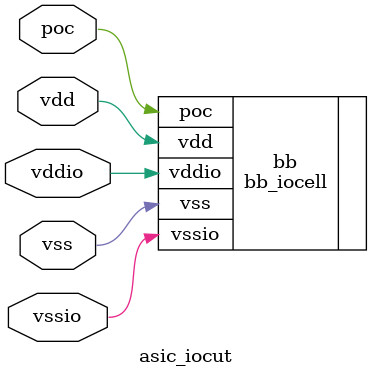
<source format=v>
module asic_iocut #(
    parameter DIR = "NO",
    parameter TYPE = "SOFT"
) (
    inout vdd,
    inout vss,
    inout vddio,
    inout vssio,
    inout poc
);

bb_iocell bb (
    .vdd(vdd),
    .vss(vss),
    .vddio(vddio),
    .vssio(vssio),
    .poc(poc)
);

endmodule
</source>
